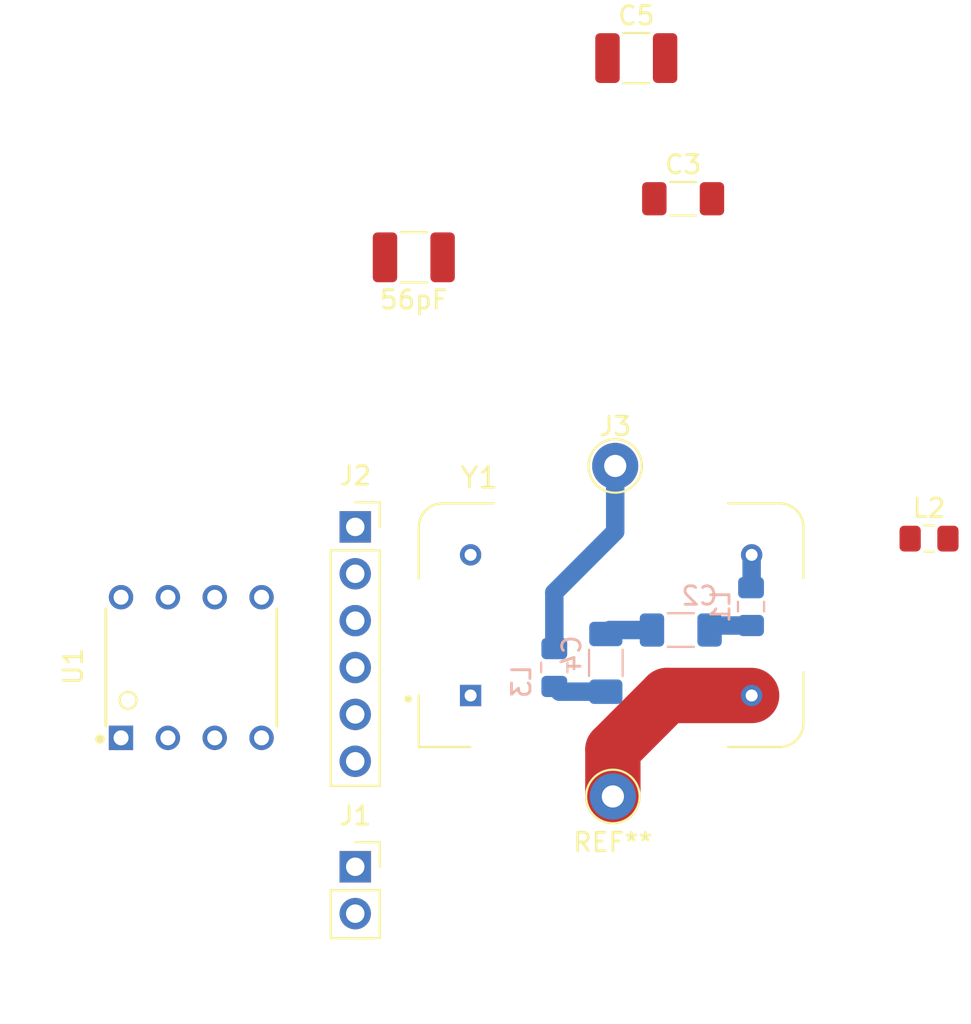
<source format=kicad_pcb>
(kicad_pcb (version 20221018) (generator pcbnew)
  (layers (0 "F.Cu" signal) (31 "B.Cu" signal) (34 "B.Paste" user) (35 "F.Paste" user) (36 "B.SilkS" user "B.Silkscreen") (37 "F.SilkS" user "F.Silkscreen") (38 "B.Mask" user) (39 "F.Mask" user) (44 "Edge.Cuts" user))
  (net 0 "")
  (net 1 "Net-(56pF1-Pad1)")
  (net 2 "GND")
  (net 3 "Net-(C2-Pad2)")
  (net 4 "Net-(C4-Pad2)")
  (net 5 "VCC")
  (net 6 "PB0")
  (net 7 "PB1")
  (net 8 "PB2")
  (net 9 "PB3")
  (net 10 "PB4")
  (net 11 "PB5")
  (net 12 "RF_OUT")
  (net 13 "HF_MOD")
  (footprint "MountingHole:MountingHole_3.5mm" (layer "F.Cu") (at 141.605 99.06)
    (fp_text reference "REF**" (at 0 -4.5) (layer "F.SilkS"))
    (fp_text value "MountingHole_3.5mm")
    (pad "" np_thru_hole circle (at 0 0) (size 3.5 3.5) (drill 3.5) (layers "*.Cu" "*.Mask"))
  )
  (footprint "OS44:OSC_ECS-100A-143" (layer "F.Cu") (at 141.51 82.795)
    (fp_text reference "Y1" (at -7.14785 -7.99029) (layer "F.SilkS") (effects (font (size 1.125654 1.125654))))
    (fp_text value "ECS-100A-143")
    (fp_line (start -10.43 -5.3) (end -10.43 -2.54) (stroke (width 0.127)) (layer "F.SilkS"))
    (fp_line (start -10.43 3.81) (end -10.43 6.6) (stroke (width 0.127)) (layer "F.SilkS"))
    (fp_line (start -10.43 6.6) (end -7.62 6.6) (stroke (width 0.127)) (layer "F.SilkS"))
    (fp_line (start -6.35 -6.6) (end -9.15 -6.6) (stroke (width 0.127)) (layer "F.SilkS"))
    (fp_line (start 6.35 -6.6) (end 9.15 -6.6) (stroke (width 0.127)) (layer "F.SilkS"))
    (fp_line (start 6.35 6.6) (end 9.15 6.6) (stroke (width 0.127)) (layer "F.SilkS"))
    (fp_line (start 10.43 -5.3) (end 10.43 -2.54) (stroke (width 0.127)) (layer "F.SilkS"))
    (fp_line (start 10.43 5.3) (end 10.43 2.54) (stroke (width 0.127)) (layer "F.SilkS"))
    (fp_arc (start -10.43 -5.3) (mid -10.059239 -6.215097) (end -9.15 -6.6) (stroke (width 0.127)) (layer "F.SilkS"))
    (fp_arc (start 9.15 -6.6) (mid 10.059239 -6.215097) (end 10.43 -5.3) (stroke (width 0.127)) (layer "F.SilkS"))
    (fp_arc (start 10.43 5.3) (mid 10.059239 6.215097) (end 9.15 6.6) (stroke (width 0.127)) (layer "F.SilkS"))
    (fp_circle (center -11 4) (end -10.9 4) (stroke (width 0.2)) (fill none) (layer "F.SilkS"))
    (pad "1" thru_hole rect (at -7.62 3.81) (size 1.158 1.158) (drill 0.65) (layers "*.Cu" "*.Mask"))
    (pad "7" thru_hole circle (at 7.62 3.81) (size 1.158 1.158) (drill 0.65) (layers "*.Cu" "*.Mask") (net 2 "GND"))
    (pad "8" thru_hole circle (at 7.62 -3.81) (size 1.158 1.158) (drill 0.65) (layers "*.Cu" "*.Mask") (net 13 "HF_MOD"))
    (pad "14" thru_hole circle (at -7.62 -3.81) (size 1.158 1.158) (drill 0.65) (layers "*.Cu" "*.Mask") (net 6 "PB0"))
  )
  (footprint "OS44:ATTINY85" (layer "F.Cu") (at 118.745 85.09 90)
    (fp_text reference "U1" (at 0.05901 -6.40481 90) (layer "F.SilkS") (effects (font (size 1.000126 1.000126))))
    (fp_text value "ATTINY85-20PU")
    (fp_line (start -3.175 -4.635) (end 3.175 -4.635) (stroke (width 0.1524)) (layer "F.SilkS"))
    (fp_line (start 3.175 4.635) (end -3.175 4.635) (stroke (width 0.1524)) (layer "F.SilkS"))
    (fp_circle (center -3.876 -4.954) (end -3.622 -4.954) (fill solid) (layer "F.SilkS"))
    (fp_circle (center -1.778 -3.429) (end -1.320097 -3.429) (stroke (width 0.127)) (fill none) (layer "F.SilkS"))
    (pad "1" thru_hole rect (at -3.81 -3.81 90) (size 1.3208 1.3208) (drill 0.8128) (layers "*.Cu" "*.Mask") (net 11 "PB5"))
    (pad "2" thru_hole circle (at -3.81 -1.27 90) (size 1.3208 1.3208) (drill 0.8128) (layers "*.Cu" "*.Mask") (net 9 "PB3"))
    (pad "3" thru_hole circle (at -3.81 1.27 90) (size 1.3208 1.3208) (drill 0.8128) (layers "*.Cu" "*.Mask") (net 10 "PB4"))
    (pad "4" thru_hole circle (at -3.81 3.81 90) (size 1.3208 1.3208) (drill 0.8128) (layers "*.Cu" "*.Mask") (net 2 "GND"))
    (pad "5" thru_hole circle (at 3.81 3.81 90) (size 1.3208 1.3208) (drill 0.8128) (layers "*.Cu" "*.Mask") (net 6 "PB0"))
    (pad "6" thru_hole circle (at 3.81 1.27 90) (size 1.3208 1.3208) (drill 0.8128) (layers "*.Cu" "*.Mask") (net 7 "PB1"))
    (pad "7" thru_hole circle (at 3.81 -1.27 90) (size 1.3208 1.3208) (drill 0.8128) (layers "*.Cu" "*.Mask") (net 8 "PB2"))
    (pad "8" thru_hole circle (at 3.81 -3.81 90) (size 1.3208 1.3208) (drill 0.8128) (layers "*.Cu" "*.Mask") (net 5 "VCC"))
  )
  (footprint "Connector_PinSocket_2.54mm:PinSocket_1x06_P2.54mm_Vertical" (layer "F.Cu") (at 127.635 77.47)
    (fp_text reference "J2" (at 0 -2.77) (layer "F.SilkS"))
    (fp_text value "PROG")
    (fp_line (start -1.33 1.27) (end -1.33 14.03) (stroke (width 0.12)) (layer "F.SilkS"))
    (fp_line (start -1.33 1.27) (end 1.33 1.27) (stroke (width 0.12)) (layer "F.SilkS"))
    (fp_line (start -1.33 14.03) (end 1.33 14.03) (stroke (width 0.12)) (layer "F.SilkS"))
    (fp_line (start 0 -1.33) (end 1.33 -1.33) (stroke (width 0.12)) (layer "F.SilkS"))
    (fp_line (start 1.33 -1.33) (end 1.33 0) (stroke (width 0.12)) (layer "F.SilkS"))
    (fp_line (start 1.33 1.27) (end 1.33 14.03) (stroke (width 0.12)) (layer "F.SilkS"))
    (pad "1" thru_hole rect (at 0 0) (size 1.7 1.7) (drill 1) (layers "*.Cu" "*.Mask") (net 6 "PB0"))
    (pad "2" thru_hole oval (at 0 2.54) (size 1.7 1.7) (drill 1) (layers "*.Cu" "*.Mask") (net 7 "PB1"))
    (pad "3" thru_hole oval (at 0 5.08) (size 1.7 1.7) (drill 1) (layers "*.Cu" "*.Mask") (net 8 "PB2"))
    (pad "4" thru_hole oval (at 0 7.62) (size 1.7 1.7) (drill 1) (layers "*.Cu" "*.Mask") (net 9 "PB3"))
    (pad "5" thru_hole oval (at 0 10.16) (size 1.7 1.7) (drill 1) (layers "*.Cu" "*.Mask") (net 10 "PB4"))
    (pad "6" thru_hole oval (at 0 12.7) (size 1.7 1.7) (drill 1) (layers "*.Cu" "*.Mask") (net 11 "PB5"))
  )
  (footprint "TestPoint:TestPoint_THTPad_D2.5mm_Drill1.2mm" (layer "F.Cu") (at 141.732 74.168)
    (fp_text reference "J3" (at 0 -2.148) (layer "F.SilkS"))
    (fp_text value "ANT")
    (fp_circle (center 0 0) (end 0 1.45) (stroke (width 0.12)) (fill none) (layer "F.SilkS"))
    (pad "1" thru_hole circle (at 0 0) (size 2.5 2.5) (drill 1.2) (layers "*.Cu" "*.Mask") (net 12 "RF_OUT"))
  )
  (footprint "Inductor_SMD:L_0805_2012Metric_Pad1.15x1.40mm_HandSolder" (layer "F.Cu") (at 158.75 78.105)
    (fp_text reference "L2" (at 0 -1.65) (layer "F.SilkS"))
    (fp_text value "1.5uH")
    (fp_line (start -0.261252 -0.71) (end 0.261252 -0.71) (stroke (width 0.12)) (layer "F.SilkS"))
    (fp_line (start -0.261252 0.71) (end 0.261252 0.71) (stroke (width 0.12)) (layer "F.SilkS"))
    (pad "1" smd roundrect (at -1.025 0) (size 1.15 1.4) (layers "F.Cu" "F.Paste" "F.Mask") (roundrect_rratio 0.217391) (net 3 "Net-(C2-Pad2)"))
    (pad "2" smd roundrect (at 1.025 0) (size 1.15 1.4) (layers "F.Cu" "F.Paste" "F.Mask") (roundrect_rratio 0.217391) (net 2 "GND"))
  )
  (footprint "Capacitor_SMD:C_1206_3216Metric_Pad1.33x1.80mm_HandSolder" (layer "F.Cu") (at 145.415 59.69)
    (fp_text reference "C3" (at 0 -1.85) (layer "F.SilkS"))
    (fp_text value "47pF")
    (fp_line (start -0.711252 -0.91) (end 0.711252 -0.91) (stroke (width 0.12)) (layer "F.SilkS"))
    (fp_line (start -0.711252 0.91) (end 0.711252 0.91) (stroke (width 0.12)) (layer "F.SilkS"))
    (pad "1" smd roundrect (at -1.5625 0) (size 1.325 1.8) (layers "F.Cu" "F.Paste" "F.Mask") (roundrect_rratio 0.188679) (net 3 "Net-(C2-Pad2)"))
    (pad "2" smd roundrect (at 1.5625 0) (size 1.325 1.8) (layers "F.Cu" "F.Paste" "F.Mask") (roundrect_rratio 0.188679) (net 2 "GND"))
  )
  (footprint "Connector_PinSocket_2.54mm:PinSocket_1x02_P2.54mm_Vertical" (layer "F.Cu") (at 127.635 95.885)
    (fp_text reference "J1" (at 0 -2.77) (layer "F.SilkS"))
    (fp_text value "PWR")
    (fp_line (start -1.33 1.27) (end -1.33 3.87) (stroke (width 0.12)) (layer "F.SilkS"))
    (fp_line (start -1.33 1.27) (end 1.33 1.27) (stroke (width 0.12)) (layer "F.SilkS"))
    (fp_line (start -1.33 3.87) (end 1.33 3.87) (stroke (width 0.12)) (layer "F.SilkS"))
    (fp_line (start 0 -1.33) (end 1.33 -1.33) (stroke (width 0.12)) (layer "F.SilkS"))
    (fp_line (start 1.33 -1.33) (end 1.33 0) (stroke (width 0.12)) (layer "F.SilkS"))
    (fp_line (start 1.33 1.27) (end 1.33 3.87) (stroke (width 0.12)) (layer "F.SilkS"))
    (pad "1" thru_hole rect (at 0 0) (size 1.7 1.7) (drill 1) (layers "*.Cu" "*.Mask") (net 5 "VCC"))
    (pad "2" thru_hole oval (at 0 2.54) (size 1.7 1.7) (drill 1) (layers "*.Cu" "*.Mask") (net 2 "GND"))
  )
  (footprint "TestPoint:TestPoint_THTPad_D2.5mm_Drill1.2mm" (layer "F.Cu") (at 141.605 92.075)
    (fp_text reference "J4" hide)
    (fp_text value "GND")
    (fp_circle (center 0 0) (end 0 1.45) (stroke (width 0.12)) (fill none) (layer "F.SilkS"))
    (pad "1" thru_hole circle (at 0 0) (size 2.5 2.5) (drill 1.2) (layers "*.Cu" "*.Mask") (net 2 "GND"))
  )
  (footprint "Capacitor_SMD:C_1210_3225Metric_Pad1.33x2.70mm_HandSolder" (layer "F.Cu") (at 142.875 52.07)
    (fp_text reference "C5" (at 0 -2.3) (layer "F.SilkS"))
    (fp_text value "56pF")
    (fp_line (start -0.711252 -1.36) (end 0.711252 -1.36) (stroke (width 0.12)) (layer "F.SilkS"))
    (fp_line (start -0.711252 1.36) (end 0.711252 1.36) (stroke (width 0.12)) (layer "F.SilkS"))
    (pad "1" smd roundrect (at -1.5625 0) (size 1.325 2.7) (layers "F.Cu" "F.Paste" "F.Mask") (roundrect_rratio 0.188679) (net 4 "Net-(C4-Pad2)"))
    (pad "2" smd roundrect (at 1.5625 0) (size 1.325 2.7) (layers "F.Cu" "F.Paste" "F.Mask") (roundrect_rratio 0.188679) (net 2 "GND"))
  )
  (footprint "Capacitor_SMD:C_1210_3225Metric_Pad1.33x2.70mm_HandSolder" (layer "F.Cu") (at 130.81 62.865 180)
    (fp_text reference "56pF" (at 0 -2.3) (layer "F.SilkS"))
    (fp_text value "C")
    (fp_line (start -0.711252 -1.36) (end 0.711252 -1.36) (stroke (width 0.12)) (layer "F.SilkS"))
    (fp_line (start -0.711252 1.36) (end 0.711252 1.36) (stroke (width 0.12)) (layer "F.SilkS"))
    (pad "1" smd roundrect (at -1.5625 0 180) (size 1.325 2.7) (layers "F.Cu" "F.Paste" "F.Mask") (roundrect_rratio 0.188679) (net 1 "Net-(56pF1-Pad1)"))
    (pad "2" smd roundrect (at 1.5625 0 180) (size 1.325 2.7) (layers "F.Cu" "F.Paste" "F.Mask") (roundrect_rratio 0.188679) (net 2 "GND"))
  )
  (footprint "Capacitor_SMD:C_1206_3216Metric_Pad1.33x1.80mm_HandSolder" (layer "B.Cu") (at 145.288 83.058 180)
    (fp_text reference "C2" (at -1.016 1.85) (layer "B.SilkS") (effects (justify mirror)))
    (fp_text value "18pF")
    (fp_line (start -0.711252 -0.91) (end 0.711252 -0.91) (stroke (width 0.12)) (layer "B.SilkS"))
    (fp_line (start -0.711252 0.91) (end 0.711252 0.91) (stroke (width 0.12)) (layer "B.SilkS"))
    (pad "1" smd roundrect (at -1.5625 0 180) (size 1.325 1.8) (layers "B.Cu" "B.Paste" "B.Mask") (roundrect_rratio 0.188679) (net 1 "Net-(56pF1-Pad1)"))
    (pad "2" smd roundrect (at 1.5625 0 180) (size 1.325 1.8) (layers "B.Cu" "B.Paste" "B.Mask") (roundrect_rratio 0.188679) (net 3 "Net-(C2-Pad2)"))
  )
  (footprint "Inductor_SMD:L_0805_2012Metric_Pad1.15x1.40mm_HandSolder" (layer "B.Cu") (at 149.098 81.788 -90)
    (fp_text reference "L1" (at 0 1.65 90) (layer "B.SilkS") (effects (justify mirror)))
    (fp_text value "1.5uH")
    (fp_line (start -0.261252 -0.71) (end 0.261252 -0.71) (stroke (width 0.12)) (layer "B.SilkS"))
    (fp_line (start -0.261252 0.71) (end 0.261252 0.71) (stroke (width 0.12)) (layer "B.SilkS"))
    (pad "1" smd roundrect (at -1.025 0 270) (size 1.15 1.4) (layers "B.Cu" "B.Paste" "B.Mask") (roundrect_rratio 0.217391) (net 13 "HF_MOD"))
    (pad "2" smd roundrect (at 1.025 0 270) (size 1.15 1.4) (layers "B.Cu" "B.Paste" "B.Mask") (roundrect_rratio 0.217391) (net 1 "Net-(56pF1-Pad1)"))
  )
  (footprint "Inductor_SMD:L_0805_2012Metric_Pad1.15x1.40mm_HandSolder" (layer "B.Cu") (at 138.43 85.09 90)
    (fp_text reference "L3" (at -0.762 -1.778 90) (layer "B.SilkS") (effects (justify mirror)))
    (fp_text value "1.5uH")
    (fp_line (start -0.261252 -0.71) (end 0.261252 -0.71) (stroke (width 0.12)) (layer "B.SilkS"))
    (fp_line (start -0.261252 0.71) (end 0.261252 0.71) (stroke (width 0.12)) (layer "B.SilkS"))
    (pad "1" smd roundrect (at -1.025 0 90) (size 1.15 1.4) (layers "B.Cu" "B.Paste" "B.Mask") (roundrect_rratio 0.217391) (net 4 "Net-(C4-Pad2)"))
    (pad "2" smd roundrect (at 1.025 0 90) (size 1.15 1.4) (layers "B.Cu" "B.Paste" "B.Mask") (roundrect_rratio 0.217391) (net 12 "RF_OUT"))
  )
  (footprint "Capacitor_SMD:C_1206_3216Metric_Pad1.33x1.80mm_HandSolder" (layer "B.Cu") (at 141.224 84.836 -90)
    (fp_text reference "C4" (at -0.508 1.85 90) (layer "B.SilkS") (effects (justify mirror)))
    (fp_text value "18pF")
    (fp_line (start -0.711252 -0.91) (end 0.711252 -0.91) (stroke (width 0.12)) (layer "B.SilkS"))
    (fp_line (start -0.711252 0.91) (end 0.711252 0.91) (stroke (width 0.12)) (layer "B.SilkS"))
    (pad "1" smd roundrect (at -1.5625 0 270) (size 1.325 1.8) (layers "B.Cu" "B.Paste" "B.Mask") (roundrect_rratio 0.188679) (net 3 "Net-(C2-Pad2)"))
    (pad "2" smd roundrect (at 1.5625 0 270) (size 1.325 1.8) (layers "B.Cu" "B.Paste" "B.Mask") (roundrect_rratio 0.188679) (net 4 "Net-(C4-Pad2)"))
  )
  (segment (start 147.0955 82.813) (end 146.8505 83.058) (width 1) (layer "B.Cu") (net 1))
  (segment (start 149.098 82.813) (end 147.0955 82.813) (width 1) (layer "B.Cu") (net 1))
  (segment (start 141.605 92.075) (end 141.605 89.535) (width 3) (layer "F.Cu") (net 2))
  (segment (start 144.535 86.605) (end 149.13 86.605) (width 3) (layer "F.Cu") (net 2))
  (segment (start 141.605 89.535) (end 144.535 86.605) (width 3) (layer "F.Cu") (net 2))
  (segment (start 141.4395 83.058) (end 141.224 83.2735) (width 1) (layer "B.Cu") (net 3))
  (segment (start 143.7255 83.058) (end 141.4395 83.058) (width 1) (layer "B.Cu") (net 3))
  (segment (start 138.7135 86.3985) (end 138.43 86.115) (width 1) (layer "B.Cu") (net 4))
  (segment (start 141.224 86.3985) (end 138.7135 86.3985) (width 1) (layer "B.Cu") (net 4))
  (segment (start 141.732 77.724) (end 141.732 74.168) (width 1) (layer "B.Cu") (net 12))
  (segment (start 138.43 84.065) (end 138.43 81.026) (width 1) (layer "B.Cu") (net 12))
  (segment (start 138.43 81.026) (end 141.732 77.724) (width 1) (layer "B.Cu") (net 12))
  (segment (start 149.13 78.985) (end 149.13 80.731) (width 1) (layer "B.Cu") (net 13))
  (segment (start 149.13 80.731) (end 149.098 80.763) (width 1) (layer "B.Cu") (net 13))
)
</source>
